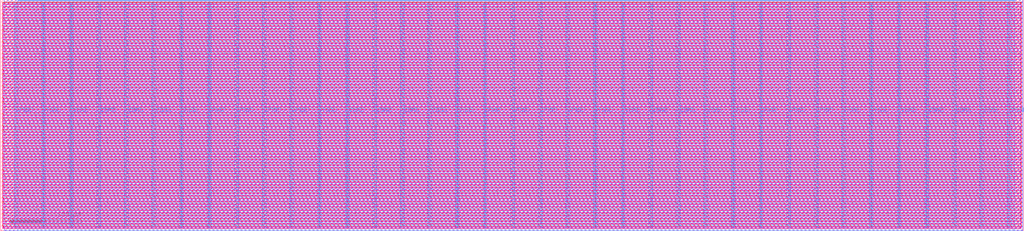
<source format=lef>
VERSION 5.7 ;
  NOWIREEXTENSIONATPIN ON ;
  DIVIDERCHAR "/" ;
  BUSBITCHARS "[]" ;
MACRO tt_um_simple_riscv
  CLASS BLOCK ;
  FOREIGN tt_um_simple_riscv ;
  ORIGIN 0.000 0.000 ;
  SIZE 1440.320 BY 325.360 ;
  PIN VGND
    DIRECTION INOUT ;
    USE GROUND ;
    PORT
      LAYER Metal4 ;
        RECT 22.180 3.620 23.780 321.740 ;
    END
    PORT
      LAYER Metal4 ;
        RECT 61.050 3.620 62.650 321.740 ;
    END
    PORT
      LAYER Metal4 ;
        RECT 99.920 3.620 101.520 321.740 ;
    END
    PORT
      LAYER Metal4 ;
        RECT 138.790 3.620 140.390 321.740 ;
    END
    PORT
      LAYER Metal4 ;
        RECT 177.660 3.620 179.260 321.740 ;
    END
    PORT
      LAYER Metal4 ;
        RECT 216.530 3.620 218.130 321.740 ;
    END
    PORT
      LAYER Metal4 ;
        RECT 255.400 3.620 257.000 321.740 ;
    END
    PORT
      LAYER Metal4 ;
        RECT 294.270 3.620 295.870 321.740 ;
    END
    PORT
      LAYER Metal4 ;
        RECT 333.140 3.620 334.740 321.740 ;
    END
    PORT
      LAYER Metal4 ;
        RECT 372.010 3.620 373.610 321.740 ;
    END
    PORT
      LAYER Metal4 ;
        RECT 410.880 3.620 412.480 321.740 ;
    END
    PORT
      LAYER Metal4 ;
        RECT 449.750 3.620 451.350 321.740 ;
    END
    PORT
      LAYER Metal4 ;
        RECT 488.620 3.620 490.220 321.740 ;
    END
    PORT
      LAYER Metal4 ;
        RECT 527.490 3.620 529.090 321.740 ;
    END
    PORT
      LAYER Metal4 ;
        RECT 566.360 3.620 567.960 321.740 ;
    END
    PORT
      LAYER Metal4 ;
        RECT 605.230 3.620 606.830 321.740 ;
    END
    PORT
      LAYER Metal4 ;
        RECT 644.100 3.620 645.700 321.740 ;
    END
    PORT
      LAYER Metal4 ;
        RECT 682.970 3.620 684.570 321.740 ;
    END
    PORT
      LAYER Metal4 ;
        RECT 721.840 3.620 723.440 321.740 ;
    END
    PORT
      LAYER Metal4 ;
        RECT 760.710 3.620 762.310 321.740 ;
    END
    PORT
      LAYER Metal4 ;
        RECT 799.580 3.620 801.180 321.740 ;
    END
    PORT
      LAYER Metal4 ;
        RECT 838.450 3.620 840.050 321.740 ;
    END
    PORT
      LAYER Metal4 ;
        RECT 877.320 3.620 878.920 321.740 ;
    END
    PORT
      LAYER Metal4 ;
        RECT 916.190 3.620 917.790 321.740 ;
    END
    PORT
      LAYER Metal4 ;
        RECT 955.060 3.620 956.660 321.740 ;
    END
    PORT
      LAYER Metal4 ;
        RECT 993.930 3.620 995.530 321.740 ;
    END
    PORT
      LAYER Metal4 ;
        RECT 1032.800 3.620 1034.400 321.740 ;
    END
    PORT
      LAYER Metal4 ;
        RECT 1071.670 3.620 1073.270 321.740 ;
    END
    PORT
      LAYER Metal4 ;
        RECT 1110.540 3.620 1112.140 321.740 ;
    END
    PORT
      LAYER Metal4 ;
        RECT 1149.410 3.620 1151.010 321.740 ;
    END
    PORT
      LAYER Metal4 ;
        RECT 1188.280 3.620 1189.880 321.740 ;
    END
    PORT
      LAYER Metal4 ;
        RECT 1227.150 3.620 1228.750 321.740 ;
    END
    PORT
      LAYER Metal4 ;
        RECT 1266.020 3.620 1267.620 321.740 ;
    END
    PORT
      LAYER Metal4 ;
        RECT 1304.890 3.620 1306.490 321.740 ;
    END
    PORT
      LAYER Metal4 ;
        RECT 1343.760 3.620 1345.360 321.740 ;
    END
    PORT
      LAYER Metal4 ;
        RECT 1382.630 3.620 1384.230 321.740 ;
    END
    PORT
      LAYER Metal4 ;
        RECT 1421.500 3.620 1423.100 321.740 ;
    END
  END VGND
  PIN VPWR
    DIRECTION INOUT ;
    USE POWER ;
    PORT
      LAYER Metal4 ;
        RECT 18.880 3.620 20.480 321.740 ;
    END
    PORT
      LAYER Metal4 ;
        RECT 57.750 3.620 59.350 321.740 ;
    END
    PORT
      LAYER Metal4 ;
        RECT 96.620 3.620 98.220 321.740 ;
    END
    PORT
      LAYER Metal4 ;
        RECT 135.490 3.620 137.090 321.740 ;
    END
    PORT
      LAYER Metal4 ;
        RECT 174.360 3.620 175.960 321.740 ;
    END
    PORT
      LAYER Metal4 ;
        RECT 213.230 3.620 214.830 321.740 ;
    END
    PORT
      LAYER Metal4 ;
        RECT 252.100 3.620 253.700 321.740 ;
    END
    PORT
      LAYER Metal4 ;
        RECT 290.970 3.620 292.570 321.740 ;
    END
    PORT
      LAYER Metal4 ;
        RECT 329.840 3.620 331.440 321.740 ;
    END
    PORT
      LAYER Metal4 ;
        RECT 368.710 3.620 370.310 321.740 ;
    END
    PORT
      LAYER Metal4 ;
        RECT 407.580 3.620 409.180 321.740 ;
    END
    PORT
      LAYER Metal4 ;
        RECT 446.450 3.620 448.050 321.740 ;
    END
    PORT
      LAYER Metal4 ;
        RECT 485.320 3.620 486.920 321.740 ;
    END
    PORT
      LAYER Metal4 ;
        RECT 524.190 3.620 525.790 321.740 ;
    END
    PORT
      LAYER Metal4 ;
        RECT 563.060 3.620 564.660 321.740 ;
    END
    PORT
      LAYER Metal4 ;
        RECT 601.930 3.620 603.530 321.740 ;
    END
    PORT
      LAYER Metal4 ;
        RECT 640.800 3.620 642.400 321.740 ;
    END
    PORT
      LAYER Metal4 ;
        RECT 679.670 3.620 681.270 321.740 ;
    END
    PORT
      LAYER Metal4 ;
        RECT 718.540 3.620 720.140 321.740 ;
    END
    PORT
      LAYER Metal4 ;
        RECT 757.410 3.620 759.010 321.740 ;
    END
    PORT
      LAYER Metal4 ;
        RECT 796.280 3.620 797.880 321.740 ;
    END
    PORT
      LAYER Metal4 ;
        RECT 835.150 3.620 836.750 321.740 ;
    END
    PORT
      LAYER Metal4 ;
        RECT 874.020 3.620 875.620 321.740 ;
    END
    PORT
      LAYER Metal4 ;
        RECT 912.890 3.620 914.490 321.740 ;
    END
    PORT
      LAYER Metal4 ;
        RECT 951.760 3.620 953.360 321.740 ;
    END
    PORT
      LAYER Metal4 ;
        RECT 990.630 3.620 992.230 321.740 ;
    END
    PORT
      LAYER Metal4 ;
        RECT 1029.500 3.620 1031.100 321.740 ;
    END
    PORT
      LAYER Metal4 ;
        RECT 1068.370 3.620 1069.970 321.740 ;
    END
    PORT
      LAYER Metal4 ;
        RECT 1107.240 3.620 1108.840 321.740 ;
    END
    PORT
      LAYER Metal4 ;
        RECT 1146.110 3.620 1147.710 321.740 ;
    END
    PORT
      LAYER Metal4 ;
        RECT 1184.980 3.620 1186.580 321.740 ;
    END
    PORT
      LAYER Metal4 ;
        RECT 1223.850 3.620 1225.450 321.740 ;
    END
    PORT
      LAYER Metal4 ;
        RECT 1262.720 3.620 1264.320 321.740 ;
    END
    PORT
      LAYER Metal4 ;
        RECT 1301.590 3.620 1303.190 321.740 ;
    END
    PORT
      LAYER Metal4 ;
        RECT 1340.460 3.620 1342.060 321.740 ;
    END
    PORT
      LAYER Metal4 ;
        RECT 1379.330 3.620 1380.930 321.740 ;
    END
    PORT
      LAYER Metal4 ;
        RECT 1418.200 3.620 1419.800 321.740 ;
    END
  END VPWR
  PIN clk
    DIRECTION INPUT ;
    USE SIGNAL ;
    ANTENNAGATEAREA 4.738000 ;
    PORT
      LAYER Metal4 ;
        RECT 331.090 324.360 331.390 325.360 ;
    END
  END clk
  PIN ena
    DIRECTION INPUT ;
    USE SIGNAL ;
    PORT
      LAYER Metal4 ;
        RECT 338.370 324.360 338.670 325.360 ;
    END
  END ena
  PIN rst_n
    DIRECTION INPUT ;
    USE SIGNAL ;
    ANTENNAGATEAREA 2.204000 ;
    PORT
      LAYER Metal4 ;
        RECT 323.810 324.360 324.110 325.360 ;
    END
  END rst_n
  PIN ui_in[0]
    DIRECTION INPUT ;
    USE SIGNAL ;
    ANTENNAGATEAREA 1.102000 ;
    PORT
      LAYER Metal4 ;
        RECT 316.530 324.360 316.830 325.360 ;
    END
  END ui_in[0]
  PIN ui_in[1]
    DIRECTION INPUT ;
    USE SIGNAL ;
    ANTENNAGATEAREA 1.102000 ;
    PORT
      LAYER Metal4 ;
        RECT 309.250 324.360 309.550 325.360 ;
    END
  END ui_in[1]
  PIN ui_in[2]
    DIRECTION INPUT ;
    USE SIGNAL ;
    ANTENNAGATEAREA 1.102000 ;
    PORT
      LAYER Metal4 ;
        RECT 301.970 324.360 302.270 325.360 ;
    END
  END ui_in[2]
  PIN ui_in[3]
    DIRECTION INPUT ;
    USE SIGNAL ;
    ANTENNAGATEAREA 1.102000 ;
    PORT
      LAYER Metal4 ;
        RECT 294.690 324.360 294.990 325.360 ;
    END
  END ui_in[3]
  PIN ui_in[4]
    DIRECTION INPUT ;
    USE SIGNAL ;
    ANTENNAGATEAREA 1.102000 ;
    PORT
      LAYER Metal4 ;
        RECT 287.410 324.360 287.710 325.360 ;
    END
  END ui_in[4]
  PIN ui_in[5]
    DIRECTION INPUT ;
    USE SIGNAL ;
    ANTENNAGATEAREA 1.102000 ;
    PORT
      LAYER Metal4 ;
        RECT 280.130 324.360 280.430 325.360 ;
    END
  END ui_in[5]
  PIN ui_in[6]
    DIRECTION INPUT ;
    USE SIGNAL ;
    ANTENNAGATEAREA 1.102000 ;
    PORT
      LAYER Metal4 ;
        RECT 272.850 324.360 273.150 325.360 ;
    END
  END ui_in[6]
  PIN ui_in[7]
    DIRECTION INPUT ;
    USE SIGNAL ;
    ANTENNAGATEAREA 1.102000 ;
    PORT
      LAYER Metal4 ;
        RECT 265.570 324.360 265.870 325.360 ;
    END
  END ui_in[7]
  PIN uio_in[0]
    DIRECTION INPUT ;
    USE SIGNAL ;
    ANTENNAGATEAREA 2.204000 ;
    PORT
      LAYER Metal4 ;
        RECT 258.290 324.360 258.590 325.360 ;
    END
  END uio_in[0]
  PIN uio_in[1]
    DIRECTION INPUT ;
    USE SIGNAL ;
    ANTENNAGATEAREA 15.427999 ;
    PORT
      LAYER Metal4 ;
        RECT 251.010 324.360 251.310 325.360 ;
    END
  END uio_in[1]
  PIN uio_in[2]
    DIRECTION INPUT ;
    USE SIGNAL ;
    PORT
      LAYER Metal4 ;
        RECT 243.730 324.360 244.030 325.360 ;
    END
  END uio_in[2]
  PIN uio_in[3]
    DIRECTION INPUT ;
    USE SIGNAL ;
    PORT
      LAYER Metal4 ;
        RECT 236.450 324.360 236.750 325.360 ;
    END
  END uio_in[3]
  PIN uio_in[4]
    DIRECTION INPUT ;
    USE SIGNAL ;
    PORT
      LAYER Metal4 ;
        RECT 229.170 324.360 229.470 325.360 ;
    END
  END uio_in[4]
  PIN uio_in[5]
    DIRECTION INPUT ;
    USE SIGNAL ;
    PORT
      LAYER Metal4 ;
        RECT 221.890 324.360 222.190 325.360 ;
    END
  END uio_in[5]
  PIN uio_in[6]
    DIRECTION INPUT ;
    USE SIGNAL ;
    PORT
      LAYER Metal4 ;
        RECT 214.610 324.360 214.910 325.360 ;
    END
  END uio_in[6]
  PIN uio_in[7]
    DIRECTION INPUT ;
    USE SIGNAL ;
    PORT
      LAYER Metal4 ;
        RECT 207.330 324.360 207.630 325.360 ;
    END
  END uio_in[7]
  PIN uio_oe[0]
    DIRECTION OUTPUT ;
    USE SIGNAL ;
    ANTENNADIFFAREA 0.360800 ;
    PORT
      LAYER Metal4 ;
        RECT 83.570 324.360 83.870 325.360 ;
    END
  END uio_oe[0]
  PIN uio_oe[1]
    DIRECTION OUTPUT ;
    USE SIGNAL ;
    ANTENNADIFFAREA 0.360800 ;
    PORT
      LAYER Metal4 ;
        RECT 76.290 324.360 76.590 325.360 ;
    END
  END uio_oe[1]
  PIN uio_oe[2]
    DIRECTION OUTPUT ;
    USE SIGNAL ;
    ANTENNADIFFAREA 0.360800 ;
    PORT
      LAYER Metal4 ;
        RECT 69.010 324.360 69.310 325.360 ;
    END
  END uio_oe[2]
  PIN uio_oe[3]
    DIRECTION OUTPUT ;
    USE SIGNAL ;
    ANTENNADIFFAREA 0.360800 ;
    PORT
      LAYER Metal4 ;
        RECT 61.730 324.360 62.030 325.360 ;
    END
  END uio_oe[3]
  PIN uio_oe[4]
    DIRECTION OUTPUT ;
    USE SIGNAL ;
    ANTENNADIFFAREA 0.360800 ;
    PORT
      LAYER Metal4 ;
        RECT 54.450 324.360 54.750 325.360 ;
    END
  END uio_oe[4]
  PIN uio_oe[5]
    DIRECTION OUTPUT ;
    USE SIGNAL ;
    ANTENNADIFFAREA 0.360800 ;
    PORT
      LAYER Metal4 ;
        RECT 47.170 324.360 47.470 325.360 ;
    END
  END uio_oe[5]
  PIN uio_oe[6]
    DIRECTION OUTPUT ;
    USE SIGNAL ;
    ANTENNADIFFAREA 0.360800 ;
    PORT
      LAYER Metal4 ;
        RECT 39.890 324.360 40.190 325.360 ;
    END
  END uio_oe[6]
  PIN uio_oe[7]
    DIRECTION OUTPUT ;
    USE SIGNAL ;
    ANTENNADIFFAREA 0.360800 ;
    PORT
      LAYER Metal4 ;
        RECT 32.610 324.360 32.910 325.360 ;
    END
  END uio_oe[7]
  PIN uio_out[0]
    DIRECTION OUTPUT ;
    USE SIGNAL ;
    ANTENNADIFFAREA 0.360800 ;
    PORT
      LAYER Metal4 ;
        RECT 141.810 324.360 142.110 325.360 ;
    END
  END uio_out[0]
  PIN uio_out[1]
    DIRECTION OUTPUT ;
    USE SIGNAL ;
    ANTENNADIFFAREA 0.360800 ;
    PORT
      LAYER Metal4 ;
        RECT 134.530 324.360 134.830 325.360 ;
    END
  END uio_out[1]
  PIN uio_out[2]
    DIRECTION OUTPUT ;
    USE SIGNAL ;
    ANTENNADIFFAREA 0.360800 ;
    PORT
      LAYER Metal4 ;
        RECT 127.250 324.360 127.550 325.360 ;
    END
  END uio_out[2]
  PIN uio_out[3]
    DIRECTION OUTPUT ;
    USE SIGNAL ;
    ANTENNADIFFAREA 0.360800 ;
    PORT
      LAYER Metal4 ;
        RECT 119.970 324.360 120.270 325.360 ;
    END
  END uio_out[3]
  PIN uio_out[4]
    DIRECTION OUTPUT ;
    USE SIGNAL ;
    ANTENNADIFFAREA 0.360800 ;
    PORT
      LAYER Metal4 ;
        RECT 112.690 324.360 112.990 325.360 ;
    END
  END uio_out[4]
  PIN uio_out[5]
    DIRECTION OUTPUT ;
    USE SIGNAL ;
    ANTENNADIFFAREA 0.360800 ;
    PORT
      LAYER Metal4 ;
        RECT 105.410 324.360 105.710 325.360 ;
    END
  END uio_out[5]
  PIN uio_out[6]
    DIRECTION OUTPUT ;
    USE SIGNAL ;
    ANTENNADIFFAREA 0.360800 ;
    PORT
      LAYER Metal4 ;
        RECT 98.130 324.360 98.430 325.360 ;
    END
  END uio_out[6]
  PIN uio_out[7]
    DIRECTION OUTPUT ;
    USE SIGNAL ;
    ANTENNADIFFAREA 0.360800 ;
    PORT
      LAYER Metal4 ;
        RECT 90.850 324.360 91.150 325.360 ;
    END
  END uio_out[7]
  PIN uo_out[0]
    DIRECTION OUTPUT ;
    USE SIGNAL ;
    ANTENNADIFFAREA 2.604400 ;
    PORT
      LAYER Metal4 ;
        RECT 200.050 324.360 200.350 325.360 ;
    END
  END uo_out[0]
  PIN uo_out[1]
    DIRECTION OUTPUT ;
    USE SIGNAL ;
    ANTENNADIFFAREA 2.604400 ;
    PORT
      LAYER Metal4 ;
        RECT 192.770 324.360 193.070 325.360 ;
    END
  END uo_out[1]
  PIN uo_out[2]
    DIRECTION OUTPUT ;
    USE SIGNAL ;
    ANTENNADIFFAREA 2.604400 ;
    PORT
      LAYER Metal4 ;
        RECT 185.490 324.360 185.790 325.360 ;
    END
  END uo_out[2]
  PIN uo_out[3]
    DIRECTION OUTPUT ;
    USE SIGNAL ;
    ANTENNADIFFAREA 2.604400 ;
    PORT
      LAYER Metal4 ;
        RECT 178.210 324.360 178.510 325.360 ;
    END
  END uo_out[3]
  PIN uo_out[4]
    DIRECTION OUTPUT ;
    USE SIGNAL ;
    ANTENNADIFFAREA 2.604400 ;
    PORT
      LAYER Metal4 ;
        RECT 170.930 324.360 171.230 325.360 ;
    END
  END uo_out[4]
  PIN uo_out[5]
    DIRECTION OUTPUT ;
    USE SIGNAL ;
    ANTENNADIFFAREA 2.604400 ;
    PORT
      LAYER Metal4 ;
        RECT 163.650 324.360 163.950 325.360 ;
    END
  END uo_out[5]
  PIN uo_out[6]
    DIRECTION OUTPUT ;
    USE SIGNAL ;
    ANTENNADIFFAREA 2.604400 ;
    PORT
      LAYER Metal4 ;
        RECT 156.370 324.360 156.670 325.360 ;
    END
  END uo_out[6]
  PIN uo_out[7]
    DIRECTION OUTPUT ;
    USE SIGNAL ;
    ANTENNADIFFAREA 2.604400 ;
    PORT
      LAYER Metal4 ;
        RECT 149.090 324.360 149.390 325.360 ;
    END
  END uo_out[7]
  OBS
      LAYER Nwell ;
        RECT 2.930 319.280 1437.390 321.870 ;
      LAYER Pwell ;
        RECT 2.930 315.760 1437.390 319.280 ;
      LAYER Nwell ;
        RECT 2.930 311.440 1437.390 315.760 ;
      LAYER Pwell ;
        RECT 2.930 307.920 1437.390 311.440 ;
      LAYER Nwell ;
        RECT 2.930 303.600 1437.390 307.920 ;
      LAYER Pwell ;
        RECT 2.930 300.080 1437.390 303.600 ;
      LAYER Nwell ;
        RECT 2.930 295.760 1437.390 300.080 ;
      LAYER Pwell ;
        RECT 2.930 292.240 1437.390 295.760 ;
      LAYER Nwell ;
        RECT 2.930 287.920 1437.390 292.240 ;
      LAYER Pwell ;
        RECT 2.930 284.400 1437.390 287.920 ;
      LAYER Nwell ;
        RECT 2.930 280.080 1437.390 284.400 ;
      LAYER Pwell ;
        RECT 2.930 276.560 1437.390 280.080 ;
      LAYER Nwell ;
        RECT 2.930 272.240 1437.390 276.560 ;
      LAYER Pwell ;
        RECT 2.930 268.720 1437.390 272.240 ;
      LAYER Nwell ;
        RECT 2.930 264.400 1437.390 268.720 ;
      LAYER Pwell ;
        RECT 2.930 260.880 1437.390 264.400 ;
      LAYER Nwell ;
        RECT 2.930 256.560 1437.390 260.880 ;
      LAYER Pwell ;
        RECT 2.930 253.040 1437.390 256.560 ;
      LAYER Nwell ;
        RECT 2.930 248.720 1437.390 253.040 ;
      LAYER Pwell ;
        RECT 2.930 245.200 1437.390 248.720 ;
      LAYER Nwell ;
        RECT 2.930 240.880 1437.390 245.200 ;
      LAYER Pwell ;
        RECT 2.930 237.360 1437.390 240.880 ;
      LAYER Nwell ;
        RECT 2.930 233.040 1437.390 237.360 ;
      LAYER Pwell ;
        RECT 2.930 229.520 1437.390 233.040 ;
      LAYER Nwell ;
        RECT 2.930 225.200 1437.390 229.520 ;
      LAYER Pwell ;
        RECT 2.930 221.680 1437.390 225.200 ;
      LAYER Nwell ;
        RECT 2.930 217.360 1437.390 221.680 ;
      LAYER Pwell ;
        RECT 2.930 213.840 1437.390 217.360 ;
      LAYER Nwell ;
        RECT 2.930 209.520 1437.390 213.840 ;
      LAYER Pwell ;
        RECT 2.930 206.000 1437.390 209.520 ;
      LAYER Nwell ;
        RECT 2.930 201.680 1437.390 206.000 ;
      LAYER Pwell ;
        RECT 2.930 198.160 1437.390 201.680 ;
      LAYER Nwell ;
        RECT 2.930 193.840 1437.390 198.160 ;
      LAYER Pwell ;
        RECT 2.930 190.320 1437.390 193.840 ;
      LAYER Nwell ;
        RECT 2.930 186.000 1437.390 190.320 ;
      LAYER Pwell ;
        RECT 2.930 182.480 1437.390 186.000 ;
      LAYER Nwell ;
        RECT 2.930 178.160 1437.390 182.480 ;
      LAYER Pwell ;
        RECT 2.930 174.640 1437.390 178.160 ;
      LAYER Nwell ;
        RECT 2.930 170.320 1437.390 174.640 ;
      LAYER Pwell ;
        RECT 2.930 166.800 1437.390 170.320 ;
      LAYER Nwell ;
        RECT 2.930 162.480 1437.390 166.800 ;
      LAYER Pwell ;
        RECT 2.930 158.960 1437.390 162.480 ;
      LAYER Nwell ;
        RECT 2.930 154.640 1437.390 158.960 ;
      LAYER Pwell ;
        RECT 2.930 151.120 1437.390 154.640 ;
      LAYER Nwell ;
        RECT 2.930 146.800 1437.390 151.120 ;
      LAYER Pwell ;
        RECT 2.930 143.280 1437.390 146.800 ;
      LAYER Nwell ;
        RECT 2.930 138.960 1437.390 143.280 ;
      LAYER Pwell ;
        RECT 2.930 135.440 1437.390 138.960 ;
      LAYER Nwell ;
        RECT 2.930 131.120 1437.390 135.440 ;
      LAYER Pwell ;
        RECT 2.930 127.600 1437.390 131.120 ;
      LAYER Nwell ;
        RECT 2.930 123.280 1437.390 127.600 ;
      LAYER Pwell ;
        RECT 2.930 119.760 1437.390 123.280 ;
      LAYER Nwell ;
        RECT 2.930 115.440 1437.390 119.760 ;
      LAYER Pwell ;
        RECT 2.930 111.920 1437.390 115.440 ;
      LAYER Nwell ;
        RECT 2.930 107.600 1437.390 111.920 ;
      LAYER Pwell ;
        RECT 2.930 104.080 1437.390 107.600 ;
      LAYER Nwell ;
        RECT 2.930 99.760 1437.390 104.080 ;
      LAYER Pwell ;
        RECT 2.930 96.240 1437.390 99.760 ;
      LAYER Nwell ;
        RECT 2.930 91.920 1437.390 96.240 ;
      LAYER Pwell ;
        RECT 2.930 88.400 1437.390 91.920 ;
      LAYER Nwell ;
        RECT 2.930 84.080 1437.390 88.400 ;
      LAYER Pwell ;
        RECT 2.930 80.560 1437.390 84.080 ;
      LAYER Nwell ;
        RECT 2.930 76.240 1437.390 80.560 ;
      LAYER Pwell ;
        RECT 2.930 72.720 1437.390 76.240 ;
      LAYER Nwell ;
        RECT 2.930 68.400 1437.390 72.720 ;
      LAYER Pwell ;
        RECT 2.930 64.880 1437.390 68.400 ;
      LAYER Nwell ;
        RECT 2.930 60.560 1437.390 64.880 ;
      LAYER Pwell ;
        RECT 2.930 57.040 1437.390 60.560 ;
      LAYER Nwell ;
        RECT 2.930 52.720 1437.390 57.040 ;
      LAYER Pwell ;
        RECT 2.930 49.200 1437.390 52.720 ;
      LAYER Nwell ;
        RECT 2.930 44.880 1437.390 49.200 ;
      LAYER Pwell ;
        RECT 2.930 41.360 1437.390 44.880 ;
      LAYER Nwell ;
        RECT 2.930 37.040 1437.390 41.360 ;
      LAYER Pwell ;
        RECT 2.930 33.520 1437.390 37.040 ;
      LAYER Nwell ;
        RECT 2.930 29.200 1437.390 33.520 ;
      LAYER Pwell ;
        RECT 2.930 25.680 1437.390 29.200 ;
      LAYER Nwell ;
        RECT 2.930 21.360 1437.390 25.680 ;
      LAYER Pwell ;
        RECT 2.930 17.840 1437.390 21.360 ;
      LAYER Nwell ;
        RECT 2.930 13.520 1437.390 17.840 ;
      LAYER Pwell ;
        RECT 2.930 10.000 1437.390 13.520 ;
      LAYER Nwell ;
        RECT 2.930 5.680 1437.390 10.000 ;
      LAYER Pwell ;
        RECT 2.930 3.490 1437.390 5.680 ;
      LAYER Metal1 ;
        RECT 3.360 3.620 1436.960 321.740 ;
      LAYER Metal2 ;
        RECT 5.180 0.090 1439.620 325.270 ;
      LAYER Metal3 ;
        RECT 5.130 0.140 1439.670 325.220 ;
      LAYER Metal4 ;
        RECT 24.220 324.060 32.310 324.710 ;
        RECT 33.210 324.060 39.590 324.710 ;
        RECT 40.490 324.060 46.870 324.710 ;
        RECT 47.770 324.060 54.150 324.710 ;
        RECT 55.050 324.060 61.430 324.710 ;
        RECT 62.330 324.060 68.710 324.710 ;
        RECT 69.610 324.060 75.990 324.710 ;
        RECT 76.890 324.060 83.270 324.710 ;
        RECT 84.170 324.060 90.550 324.710 ;
        RECT 91.450 324.060 97.830 324.710 ;
        RECT 98.730 324.060 105.110 324.710 ;
        RECT 106.010 324.060 112.390 324.710 ;
        RECT 113.290 324.060 119.670 324.710 ;
        RECT 120.570 324.060 126.950 324.710 ;
        RECT 127.850 324.060 134.230 324.710 ;
        RECT 135.130 324.060 141.510 324.710 ;
        RECT 142.410 324.060 148.790 324.710 ;
        RECT 149.690 324.060 156.070 324.710 ;
        RECT 156.970 324.060 163.350 324.710 ;
        RECT 164.250 324.060 170.630 324.710 ;
        RECT 171.530 324.060 177.910 324.710 ;
        RECT 178.810 324.060 185.190 324.710 ;
        RECT 186.090 324.060 192.470 324.710 ;
        RECT 193.370 324.060 199.750 324.710 ;
        RECT 200.650 324.060 207.030 324.710 ;
        RECT 207.930 324.060 214.310 324.710 ;
        RECT 215.210 324.060 221.590 324.710 ;
        RECT 222.490 324.060 228.870 324.710 ;
        RECT 229.770 324.060 236.150 324.710 ;
        RECT 237.050 324.060 243.430 324.710 ;
        RECT 244.330 324.060 250.710 324.710 ;
        RECT 251.610 324.060 257.990 324.710 ;
        RECT 258.890 324.060 265.270 324.710 ;
        RECT 266.170 324.060 272.550 324.710 ;
        RECT 273.450 324.060 279.830 324.710 ;
        RECT 280.730 324.060 287.110 324.710 ;
        RECT 288.010 324.060 294.390 324.710 ;
        RECT 295.290 324.060 301.670 324.710 ;
        RECT 302.570 324.060 308.950 324.710 ;
        RECT 309.850 324.060 316.230 324.710 ;
        RECT 317.130 324.060 323.510 324.710 ;
        RECT 324.410 324.060 330.790 324.710 ;
        RECT 331.690 324.060 338.070 324.710 ;
        RECT 338.970 324.060 1428.420 324.710 ;
        RECT 24.220 322.040 1428.420 324.060 ;
        RECT 24.220 3.320 57.450 322.040 ;
        RECT 59.650 3.320 60.750 322.040 ;
        RECT 62.950 3.320 96.320 322.040 ;
        RECT 98.520 3.320 99.620 322.040 ;
        RECT 101.820 3.320 135.190 322.040 ;
        RECT 137.390 3.320 138.490 322.040 ;
        RECT 140.690 3.320 174.060 322.040 ;
        RECT 176.260 3.320 177.360 322.040 ;
        RECT 179.560 3.320 212.930 322.040 ;
        RECT 215.130 3.320 216.230 322.040 ;
        RECT 218.430 3.320 251.800 322.040 ;
        RECT 254.000 3.320 255.100 322.040 ;
        RECT 257.300 3.320 290.670 322.040 ;
        RECT 292.870 3.320 293.970 322.040 ;
        RECT 296.170 3.320 329.540 322.040 ;
        RECT 331.740 3.320 332.840 322.040 ;
        RECT 335.040 3.320 368.410 322.040 ;
        RECT 370.610 3.320 371.710 322.040 ;
        RECT 373.910 3.320 407.280 322.040 ;
        RECT 409.480 3.320 410.580 322.040 ;
        RECT 412.780 3.320 446.150 322.040 ;
        RECT 448.350 3.320 449.450 322.040 ;
        RECT 451.650 3.320 485.020 322.040 ;
        RECT 487.220 3.320 488.320 322.040 ;
        RECT 490.520 3.320 523.890 322.040 ;
        RECT 526.090 3.320 527.190 322.040 ;
        RECT 529.390 3.320 562.760 322.040 ;
        RECT 564.960 3.320 566.060 322.040 ;
        RECT 568.260 3.320 601.630 322.040 ;
        RECT 603.830 3.320 604.930 322.040 ;
        RECT 607.130 3.320 640.500 322.040 ;
        RECT 642.700 3.320 643.800 322.040 ;
        RECT 646.000 3.320 679.370 322.040 ;
        RECT 681.570 3.320 682.670 322.040 ;
        RECT 684.870 3.320 718.240 322.040 ;
        RECT 720.440 3.320 721.540 322.040 ;
        RECT 723.740 3.320 757.110 322.040 ;
        RECT 759.310 3.320 760.410 322.040 ;
        RECT 762.610 3.320 795.980 322.040 ;
        RECT 798.180 3.320 799.280 322.040 ;
        RECT 801.480 3.320 834.850 322.040 ;
        RECT 837.050 3.320 838.150 322.040 ;
        RECT 840.350 3.320 873.720 322.040 ;
        RECT 875.920 3.320 877.020 322.040 ;
        RECT 879.220 3.320 912.590 322.040 ;
        RECT 914.790 3.320 915.890 322.040 ;
        RECT 918.090 3.320 951.460 322.040 ;
        RECT 953.660 3.320 954.760 322.040 ;
        RECT 956.960 3.320 990.330 322.040 ;
        RECT 992.530 3.320 993.630 322.040 ;
        RECT 995.830 3.320 1029.200 322.040 ;
        RECT 1031.400 3.320 1032.500 322.040 ;
        RECT 1034.700 3.320 1068.070 322.040 ;
        RECT 1070.270 3.320 1071.370 322.040 ;
        RECT 1073.570 3.320 1106.940 322.040 ;
        RECT 1109.140 3.320 1110.240 322.040 ;
        RECT 1112.440 3.320 1145.810 322.040 ;
        RECT 1148.010 3.320 1149.110 322.040 ;
        RECT 1151.310 3.320 1184.680 322.040 ;
        RECT 1186.880 3.320 1187.980 322.040 ;
        RECT 1190.180 3.320 1223.550 322.040 ;
        RECT 1225.750 3.320 1226.850 322.040 ;
        RECT 1229.050 3.320 1262.420 322.040 ;
        RECT 1264.620 3.320 1265.720 322.040 ;
        RECT 1267.920 3.320 1301.290 322.040 ;
        RECT 1303.490 3.320 1304.590 322.040 ;
        RECT 1306.790 3.320 1340.160 322.040 ;
        RECT 1342.360 3.320 1343.460 322.040 ;
        RECT 1345.660 3.320 1379.030 322.040 ;
        RECT 1381.230 3.320 1382.330 322.040 ;
        RECT 1384.530 3.320 1417.900 322.040 ;
        RECT 1420.100 3.320 1421.200 322.040 ;
        RECT 1423.400 3.320 1428.420 322.040 ;
        RECT 24.220 0.090 1428.420 3.320 ;
  END
END tt_um_simple_riscv
END LIBRARY


</source>
